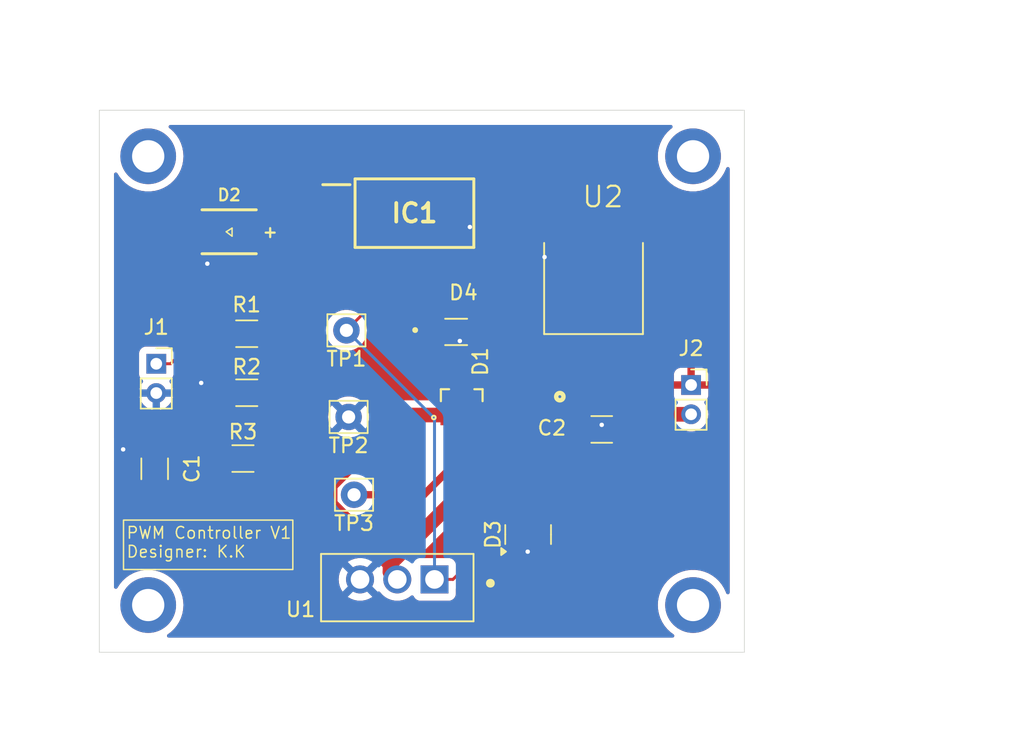
<source format=kicad_pcb>
(kicad_pcb (version 20240108) (generator "pcbnew") (generator_version "8.0")
  (title_block (title "Heater Control Circuit") (date "2024-11-12") (rev "1") (company "K.K"))
  (layers (0 "F.Cu" signal) (31 "B.Cu" signal) (34 "B.Paste" user) (35 "F.Paste" user) (36 "B.SilkS" user "B.Silkscreen") (37 "F.SilkS" user "F.Silkscreen") (38 "B.Mask" user) (39 "F.Mask" user) (44 "Edge.Cuts" user))
  (net 0 "")
  (net 1 "GND")
  (net 2 "+24V")
  (net 3 "/Vdrain")
  (net 4 "/PWM input")
  (net 5 "Net-(IC1-CATHODE)")
  (net 6 "Net-(IC1-ANODE)")
  (net 7 "/+15V")
  (net 8 "/VG")
  (net 11 "Net-(D2-Pad2)")
  (footprint "Connector_Pin:Pin_D0.9mm_L10.0mm_W2.4mm_FlatFork" (layer "F.Cu") (at 112.53 92.4)
    (property "Reference" "TP1" (at 0 1.95 0) (layer "F.SilkS"))
    (property "Value" "TestPoint")
    (fp_line (start -1.3 -1.1) (end -1.3 0.6) (stroke (width 0.12)) (layer "F.SilkS"))
    (fp_line (start -1.3 0.6) (end -1.3 1.1) (stroke (width 0.12)) (layer "F.SilkS"))
    (fp_line (start -1.3 1.1) (end 1.3 1.1) (stroke (width 0.12)) (layer "F.SilkS"))
    (fp_line (start 1.3 -1.1) (end -1.3 -1.1) (stroke (width 0.12)) (layer "F.SilkS"))
    (fp_line (start 1.3 1.1) (end 1.3 -1.1) (stroke (width 0.12)) (layer "F.SilkS"))
    (pad "1" thru_hole circle (at 0 0) (size 1.8 1.8) (drill 0.9) (layers "*.Cu" "*.Mask") (net 8 "/VG"))
  )
  (footprint "Connector_PinSocket_2.00mm:PinSocket_1x02_P2.00mm_Vertical" (layer "F.Cu") (at 99.56 94.68)
    (property "Reference" "J1" (at 0 -2.5 0) (layer "F.SilkS"))
    (property "Value" "Conn_01x02_Pin")
    (fp_line (start -1.06 1) (end -1.06 3.06) (stroke (width 0.12)) (layer "F.SilkS"))
    (fp_line (start -1.06 1) (end 1.06 1) (stroke (width 0.12)) (layer "F.SilkS"))
    (fp_line (start -1.06 3.06) (end 1.06 3.06) (stroke (width 0.12)) (layer "F.SilkS"))
    (fp_line (start 0 -1.06) (end 1.06 -1.06) (stroke (width 0.12)) (layer "F.SilkS"))
    (fp_line (start 1.06 -1.06) (end 1.06 0) (stroke (width 0.12)) (layer "F.SilkS"))
    (fp_line (start 1.06 1) (end 1.06 3.06) (stroke (width 0.12)) (layer "F.SilkS"))
    (pad "1" thru_hole rect (at 0 0) (size 1.35 1.35) (drill 0.8) (layers "*.Cu" "*.Mask") (net 4 "/PWM input"))
    (pad "2" thru_hole oval (at 0 2) (size 1.35 1.35) (drill 0.8) (layers "*.Cu" "*.Mask") (net 1 "GND"))
  )
  (footprint "Capacitor_SMD:C_1206_3216Metric" (layer "F.Cu") (at 99.45 101.85 90)
    (property "Reference" "C1" (at 0 2.54 -90) (layer "F.SilkS"))
    (property "Value" "0.1uF")
    (fp_line (start -0.711252 -0.91) (end 0.711252 -0.91) (stroke (width 0.12)) (layer "F.SilkS"))
    (fp_line (start -0.711252 0.91) (end 0.711252 0.91) (stroke (width 0.12)) (layer "F.SilkS"))
    (pad "1" smd roundrect (at -1.475 0 90) (size 1.15 1.8) (layers "F.Cu" "F.Paste" "F.Mask") (roundrect_rratio 0.217391) (net 2 "+24V"))
    (pad "2" smd roundrect (at 1.475 0 90) (size 1.15 1.8) (layers "F.Cu" "F.Paste" "F.Mask") (roundrect_rratio 0.217391) (net 1 "GND"))
  )
  (footprint "Connector_Pin:Pin_D0.9mm_L10.0mm_W2.4mm_FlatFork" (layer "F.Cu") (at 113.05 103.62)
    (property "Reference" "TP3" (at 0 1.95 0) (layer "F.SilkS"))
    (property "Value" "TestPoint")
    (fp_line (start -1.3 -1.1) (end -1.3 0.6) (stroke (width 0.12)) (layer "F.SilkS"))
    (fp_line (start -1.3 0.6) (end -1.3 1.1) (stroke (width 0.12)) (layer "F.SilkS"))
    (fp_line (start -1.3 1.1) (end 1.3 1.1) (stroke (width 0.12)) (layer "F.SilkS"))
    (fp_line (start 1.3 -1.1) (end -1.3 -1.1) (stroke (width 0.12)) (layer "F.SilkS"))
    (fp_line (start 1.3 1.1) (end 1.3 -1.1) (stroke (width 0.12)) (layer "F.SilkS"))
    (pad "1" thru_hole circle (at 0 0) (size 1.8 1.8) (drill 0.9) (layers "*.Cu" "*.Mask") (net 7 "/+15V"))
  )
  (footprint "MountingHole:MountingHole_2.2mm_M2_DIN965_Pad" (layer "F.Cu") (at 136.175 111.15)
    (property "Reference" "H4" (hide yes))
    (property "Value" "MountingHole_Pad_MP")
    (pad "1" thru_hole circle (at 0 0) (size 3.8 3.8) (drill 2.2) (layers "*.Cu" "*.Mask"))
  )
  (footprint "WL-SMTW_3528:WL-SMTW_3528" (layer "F.Cu") (at 104.53 85.67)
    (property "Reference" "D2" (at 0 -2.508 0) (layer "F.SilkS") (effects (font (size 0.8 0.8))))
    (property "Value" "KA-3528SGT")
    (fp_line (start -1.85 -1.5) (end 1.85 -1.5) (stroke (width 0.2)) (layer "F.SilkS"))
    (fp_line (start -0.2 0) (end 0.2 -0.25) (stroke (width 0.1)) (layer "F.SilkS"))
    (fp_line (start 0.2 -0.25) (end 0.2 0.3) (stroke (width 0.1)) (layer "F.SilkS"))
    (fp_line (start 0.2 0.3) (end -0.2 0) (stroke (width 0.1)) (layer "F.SilkS"))
    (fp_line (start 1.85 1.5) (end -1.85 1.5) (stroke (width 0.2)) (layer "F.SilkS"))
    (fp_text user "+" (at 2.8 0 0) (layer "F.SilkS") (effects (font (size 0.8 0.8))))
    (pad "1" smd rect (at -1.425 0) (size 1.6 2.4) (layers "F.Cu" "F.Paste" "F.Mask") (net 1 "GND"))
    (pad "2" smd rect (at 1.425 0) (size 1.6 2.4) (layers "F.Cu" "F.Paste" "F.Mask") (net 11 "Net-(D2-Pad2)"))
  )
  (footprint "Resistor_SMD:R_1206_3216Metric" (layer "F.Cu") (at 105.4725 101.15)
    (property "Reference" "R3" (at 0 -1.82 0) (layer "F.SilkS"))
    (property "Value" "1.1k")
    (fp_line (start -0.727064 -0.91) (end 0.727064 -0.91) (stroke (width 0.12)) (layer "F.SilkS"))
    (fp_line (start -0.727064 0.91) (end 0.727064 0.91) (stroke (width 0.12)) (layer "F.SilkS"))
    (pad "1" smd roundrect (at -1.4625 0) (size 1.125 1.75) (layers "F.Cu" "F.Paste" "F.Mask") (roundrect_rratio 0.222222) (net 2 "+24V"))
    (pad "2" smd roundrect (at 1.4625 0) (size 1.125 1.75) (layers "F.Cu" "F.Paste" "F.Mask") (roundrect_rratio 0.222222) (net 11 "Net-(D2-Pad2)"))
  )
  (footprint "BAS70-7:SOT23" (layer "F.Cu") (at 120.396 97.0788 90)
    (property "Reference" "D1" (at 2.543455 1.271735 -90) (layer "F.SilkS") (effects (font (size 1.001362 1.001362))))
    (property "Value" "PMEG3005ET-QR")
    (fp_line (start 0.6604 -1.4224) (end 0.6604 -0.8636) (stroke (width 0.1524)) (layer "F.SilkS"))
    (fp_line (start -0.1524 -1.4224) (end 0.6604 -1.4224) (stroke (width 0.1524)) (layer "F.SilkS"))
    (fp_line (start 0.6604 0.8636) (end 0.6604 1.4224) (stroke (width 0.1524)) (layer "F.SilkS"))
    (fp_line (start 0.6604 1.4224) (end -0.1524 1.4224) (stroke (width 0.1524)) (layer "F.SilkS"))
    (fp_circle (center -1.27 -1.905) (end -1.143 -1.905) (stroke (width 0.127)) (fill none) (layer "F.SilkS"))
    (pad "1" smd rect (at -1.1 -0.95 90) (size 1.4 1) (layers "F.Cu" "F.Paste" "F.Mask") (net 3 "/Vdrain"))
    (pad "2" smd rect (at -1.1 0.95 90) (size 1.4 1) (layers "F.Cu" "F.Paste" "F.Mask"))
    (pad "3" smd rect (at 1.1 0 90) (size 1.4 1) (layers "F.Cu" "F.Paste" "F.Mask") (net 2 "+24V"))
  )
  (footprint "UCC23513QDWYRQ1:SOIC127P1150X355-6N" (layer "F.Cu") (at 117.17 84.4)
    (property "Reference" "IC1" (at 0 0 0) (layer "F.SilkS") (effects (font (size 1.27 1.27) (thickness 0.254))))
    (property "Value" "UCC23513QDWYRQ1" (hide yes))
    (fp_line (start -6.25 -1.945) (end -4.4 -1.945) (stroke (width 0.2)) (layer "F.SilkS"))
    (fp_line (start -4.05 -2.34) (end 4.05 -2.34) (stroke (width 0.2)) (layer "F.SilkS"))
    (fp_line (start -4.05 2.34) (end -4.05 -2.34) (stroke (width 0.2)) (layer "F.SilkS"))
    (fp_line (start 4.05 -2.34) (end 4.05 2.34) (stroke (width 0.2)) (layer "F.SilkS"))
    (fp_line (start 4.05 2.34) (end -4.05 2.34) (stroke (width 0.2)) (layer "F.SilkS"))
    (pad "1" smd rect (at -5.325 -1.27 90) (size 0.65 1.85) (layers "F.Cu" "F.Paste" "F.Mask") (net 6 "Net-(IC1-ANODE)"))
    (pad "2" smd rect (at -5.325 0 90) (size 0.65 1.85) (layers "F.Cu" "F.Paste" "F.Mask"))
    (pad "3" smd rect (at -5.325 1.27 90) (size 0.65 1.85) (layers "F.Cu" "F.Paste" "F.Mask") (net 5 "Net-(IC1-CATHODE)"))
    (pad "4" smd rect (at 5.325 1.27 90) (size 0.65 1.85) (layers "F.Cu" "F.Paste" "F.Mask") (net 1 "GND"))
    (pad "5" smd rect (at 5.325 0 90) (size 0.65 1.85) (layers "F.Cu" "F.Paste" "F.Mask") (net 8 "/VG"))
    (pad "6" smd rect (at 5.325 -1.27 90) (size 0.65 1.85) (layers "F.Cu" "F.Paste" "F.Mask") (net 7 "/+15V"))
  )
  (footprint "Resistor_SMD:R_1206_3216Metric" (layer "F.Cu") (at 105.73 92.63)
    (property "Reference" "R1" (at -0.01 -1.98 0) (layer "F.SilkS"))
    (property "Value" "130R")
    (fp_line (start -0.727064 -0.91) (end 0.727064 -0.91) (stroke (width 0.12)) (layer "F.SilkS"))
    (fp_line (start -0.727064 0.91) (end 0.727064 0.91) (stroke (width 0.12)) (layer "F.SilkS"))
    (pad "1" smd roundrect (at -1.4625 0) (size 1.125 1.75) (layers "F.Cu" "F.Paste" "F.Mask") (roundrect_rratio 0.222222) (net 4 "/PWM input"))
    (pad "2" smd roundrect (at 1.4625 0) (size 1.125 1.75) (layers "F.Cu" "F.Paste" "F.Mask") (roundrect_rratio 0.222222) (net 6 "Net-(IC1-ANODE)"))
  )
  (footprint "MountingHole:MountingHole_2.2mm_M2_DIN965_Pad" (layer "F.Cu") (at 99.0092 80.5172)
    (property "Reference" "H1" (hide yes))
    (property "Value" "MountingHole_Pad_MP")
    (pad "1" thru_hole circle (at 0 0) (size 3.8 3.8) (drill 2.2) (layers "*.Cu" "*.Mask"))
  )
  (footprint "MountingHole:MountingHole_2.2mm_M2_DIN965_Pad" (layer "F.Cu") (at 136.175 80.5172)
    (property "Reference" "H2" (hide yes))
    (property "Value" "MountingHole_Pad_MP")
    (pad "1" thru_hole circle (at 0 0) (size 3.8 3.8) (drill 2.2) (layers "*.Cu" "*.Mask"))
  )
  (footprint "Connector_Pin:Pin_D0.9mm_L10.0mm_W2.4mm_FlatFork" (layer "F.Cu") (at 112.68 98.31)
    (property "Reference" "TP2" (at 0 1.95 0) (layer "F.SilkS"))
    (property "Value" "TestPoint")
    (fp_line (start -1.3 -1.1) (end -1.3 0.6) (stroke (width 0.12)) (layer "F.SilkS"))
    (fp_line (start -1.3 0.6) (end -1.3 1.1) (stroke (width 0.12)) (layer "F.SilkS"))
    (fp_line (start -1.3 1.1) (end 1.3 1.1) (stroke (width 0.12)) (layer "F.SilkS"))
    (fp_line (start 1.3 -1.1) (end -1.3 -1.1) (stroke (width 0.12)) (layer "F.SilkS"))
    (fp_line (start 1.3 1.1) (end 1.3 -1.1) (stroke (width 0.12)) (layer "F.SilkS"))
    (pad "1" thru_hole circle (at 0 0) (size 1.8 1.8) (drill 0.9) (layers "*.Cu" "*.Mask") (net 1 "GND"))
  )
  (footprint "STP55NF06L:TO254P1040X460X1935-3" (layer "F.Cu") (at 118.54 109.4 180)
    (property "Reference" "U1" (at 9.14 -2.05 180) (layer "F.SilkS"))
    (property "Value" "STP55NF06L")
    (fp_line (start 7.74 1.74) (end -2.66 1.74) (stroke (width 0.127)) (layer "F.SilkS"))
    (fp_line (start 7.74 -2.86) (end 7.74 1.74) (stroke (width 0.127)) (layer "F.SilkS"))
    (fp_line (start -2.66 1.74) (end -2.66 -2.86) (stroke (width 0.127)) (layer "F.SilkS"))
    (fp_line (start -2.66 -2.86) (end 7.74 -2.86) (stroke (width 0.127)) (layer "F.SilkS"))
    (fp_circle (center -3.81 -0.26) (end -3.66 -0.26) (stroke (width 0.3)) (fill none) (layer "F.SilkS"))
    (pad "1" thru_hole rect (at 0 0 180) (size 1.91 1.91) (drill 1.27) (layers "*.Cu" "*.Mask") (net 8 "/VG"))
    (pad "2" thru_hole circle (at 2.54 0 180) (size 1.91 1.91) (drill 1.27) (layers "*.Cu" "*.Mask") (net 3 "/Vdrain"))
    (pad "3" thru_hole circle (at 5.08 0 180) (size 1.91 1.91) (drill 1.27) (layers "*.Cu" "*.Mask") (net 1 "GND"))
  )
  (footprint "MC7805BDTRKG:DPAK229P990X238-4N" (layer "F.Cu") (at 129.3876 90.5256)
    (property "Reference" "U2" (at 0.635 -7.239 0) (layer "F.SilkS") (effects (font (size 1.4 1.4))))
    (property "Value" "MC7815CDTRKG")
    (fp_line (start -3.37 2.128) (end -3.37 -4.093) (stroke (width 0.127)) (layer "F.SilkS"))
    (fp_line (start 3.37 -4.093) (end 3.37 2.128) (stroke (width 0.127)) (layer "F.SilkS"))
    (fp_line (start 3.37 2.128) (end -3.37 2.128) (stroke (width 0.127)) (layer "F.SilkS"))
    (fp_circle (center -2.3 6.4) (end -2.2 6.4) (stroke (width 0.3)) (fill none) (layer "F.SilkS"))
    (pad "1" smd rect (at -2.29 4.14) (size 0.97 2.83) (layers "F.Cu" "F.Paste" "F.Mask") (net 2 "+24V"))
    (pad "2" smd rect (at 0 -2.51) (size 5.63 6.09) (layers "F.Cu" "F.Mask") (net 1 "GND"))
    (pad "3" smd rect (at 2.29 4.14) (size 0.97 2.83) (layers "F.Cu" "F.Paste" "F.Mask") (net 7 "/+15V"))
  )
  (footprint "Capacitor_SMD:C_1206_3216Metric" (layer "F.Cu") (at 129.9464 99.1616)
    (property "Reference" "C2" (at -3.4036 -0.1016 0) (layer "F.SilkS"))
    (property "Value" "0.33uF")
    (fp_line (start -0.711252 -0.91) (end 0.711252 -0.91) (stroke (width 0.12)) (layer "F.SilkS"))
    (fp_line (start -0.711252 0.91) (end 0.711252 0.91) (stroke (width 0.12)) (layer "F.SilkS"))
    (pad "1" smd roundrect (at -1.475 0) (size 1.15 1.8) (layers "F.Cu" "F.Paste" "F.Mask") (roundrect_rratio 0.217391) (net 2 "+24V"))
    (pad "2" smd roundrect (at 1.475 0) (size 1.15 1.8) (layers "F.Cu" "F.Paste" "F.Mask") (roundrect_rratio 0.217391) (net 1 "GND"))
  )
  (footprint "Resistor_SMD:R_1206_3216Metric" (layer "F.Cu") (at 105.73 96.66)
    (property "Reference" "R2" (at 0 -1.77 0) (layer "F.SilkS"))
    (property "Value" "130R")
    (fp_line (start -0.727064 -0.91) (end 0.727064 -0.91) (stroke (width 0.12)) (layer "F.SilkS"))
    (fp_line (start -0.727064 0.91) (end 0.727064 0.91) (stroke (width 0.12)) (layer "F.SilkS"))
    (pad "1" smd roundrect (at -1.4625 0) (size 1.125 1.75) (layers "F.Cu" "F.Paste" "F.Mask") (roundrect_rratio 0.222222) (net 1 "GND"))
    (pad "2" smd roundrect (at 1.4625 0) (size 1.125 1.75) (layers "F.Cu" "F.Paste" "F.Mask") (roundrect_rratio 0.222222) (net 5 "Net-(IC1-CATHODE)"))
  )
  (footprint "BZD27C10P:SODFL3618X143N" (layer "F.Cu") (at 120.0144 92.5068)
    (property "Reference" "D4" (at 0.495 -2.685 0) (layer "F.SilkS"))
    (property "Value" "BZD27C24P R3G")
    (fp_line (start -0.75 -0.9) (end 0.75 -0.9) (stroke (width 0.127)) (layer "F.SilkS"))
    (fp_line (start -0.75 0.9) (end 0.75 0.9) (stroke (width 0.127)) (layer "F.SilkS"))
    (fp_circle (center -2.795 -0.127) (end -2.695 -0.127) (stroke (width 0.2)) (fill none) (layer "F.SilkS"))
    (pad "1" smd rect (at -1.55 0) (size 1.11 1.22) (layers "F.Cu" "F.Paste" "F.Mask") (net 2 "+24V"))
    (pad "2" smd rect (at 1.55 0) (size 1.11 1.22) (layers "F.Cu" "F.Paste" "F.Mask") (net 1 "GND"))
  )
  (footprint "Package_TO_SOT_SMD:SOT-23" (layer "F.Cu") (at 124.925 106.3375 90)
    (property "Reference" "D3" (at 0 -2.4 90) (layer "F.SilkS"))
    (property "Value" "BZX84C15")
    (fp_line (start 0 -1.56) (end 0.65 -1.56) (stroke (width 0.12)) (layer "F.SilkS"))
    (fp_line (start 0 -1.56) (end -0.65 -1.56) (stroke (width 0.12)) (layer "F.SilkS"))
    (fp_line (start 0 1.56) (end 0.65 1.56) (stroke (width 0.12)) (layer "F.SilkS"))
    (fp_line (start 0 1.56) (end -0.65 1.56) (stroke (width 0.12)) (layer "F.SilkS"))
    (fp_poly (pts (xy -1.1625 -1.51) (xy -1.4025 -1.84) (xy -0.9225 -1.84) (xy -1.1625 -1.51)) (stroke (width 0.12)) (fill solid) (layer "F.SilkS"))
    (pad "1" smd roundrect (at -0.9375 -0.95 90) (size 1.475 0.6) (layers "F.Cu" "F.Paste" "F.Mask") (net 1 "GND"))
    (pad "2" smd roundrect (at -0.9375 0.95 90) (size 1.475 0.6) (layers "F.Cu" "F.Paste" "F.Mask"))
    (pad "3" smd roundrect (at 0.9375 0 90) (size 1.475 0.6) (layers "F.Cu" "F.Paste" "F.Mask") (net 8 "/VG"))
  )
  (footprint "MountingHole:MountingHole_2.2mm_M2_DIN965_Pad" (layer "F.Cu") (at 99.0092 111.15)
    (property "Reference" "H3" (hide yes))
    (property "Value" "MountingHole_Pad_MP")
    (pad "1" thru_hole circle (at 0 0) (size 3.8 3.8) (drill 2.2) (layers "*.Cu" "*.Mask"))
  )
  (footprint "Connector_PinSocket_2.00mm:PinSocket_1x02_P2.00mm_Vertical" (layer "F.Cu") (at 136.0424 96.1296)
    (property "Reference" "J2" (at 0 -2.5 0) (layer "F.SilkS"))
    (property "Value" "Conn_01x02_Pin")
    (fp_line (start -1.06 1) (end -1.06 3.06) (stroke (width 0.12)) (layer "F.SilkS"))
    (fp_line (start -1.06 1) (end 1.06 1) (stroke (width 0.12)) (layer "F.SilkS"))
    (fp_line (start -1.06 3.06) (end 1.06 3.06) (stroke (width 0.12)) (layer "F.SilkS"))
    (fp_line (start 0 -1.06) (end 1.06 -1.06) (stroke (width 0.12)) (layer "F.SilkS"))
    (fp_line (start 1.06 -1.06) (end 1.06 0) (stroke (width 0.12)) (layer "F.SilkS"))
    (fp_line (start 1.06 1) (end 1.06 3.06) (stroke (width 0.12)) (layer "F.SilkS"))
    (pad "1" thru_hole rect (at 0 0) (size 1.35 1.35) (drill 0.8) (layers "*.Cu" "*.Mask") (net 2 "+24V"))
    (pad "2" thru_hole oval (at 0 2) (size 1.35 1.35) (drill 0.8) (layers "*.Cu" "*.Mask") (net 3 "/Vdrain"))
  )
  (gr_rect (start 97.325 105.35) (end 108.875 108.725) (stroke (width 0.1)) (fill none) (layer "F.SilkS"))
  (gr_rect (start 95.675 77.375) (end 139.675 114.375) (stroke (width 0.05)) (fill none) (layer "Edge.Cuts"))
  (gr_text "PWM Controller V1\nDesigner: K.K" (at 97.475 107.975 0) (layer "F.SilkS") (effects (font (size 0.8 0.8) (thickness 0.1)) (justify left bottom)))
  (segment (start 103.9315 96.3236) (end 104.268 96.66) (width 0.5) (layer "F.Cu") (net 1))
  (segment (start 129.3876 88.0156) (end 129.388 88.0156) (width 0.5) (layer "F.Cu") (net 1))
  (segment (start 104.2675 96.6596) (end 104.2675 96.66) (width 0.5) (layer "F.Cu") (net 1))
  (segment (start 126.121 88.0156) (end 129.3876 88.0156) (width 0.5) (layer "F.Cu") (net 1))
  (segment (start 122.495 85.67) (end 121.118 85.67) (width 0.5) (layer "F.Cu") (net 1))
  (segment (start 126.045 87.3967) (end 126.121 87.4728) (width 0.5) (layer "F.Cu") (net 1))
  (segment (start 121.118 85.67) (end 121.118 85.512) (width 0.5) (layer "F.Cu") (net 1))
  (segment (start 120.558 92.5068) (end 121.564 92.5068) (width 0.5) (layer "F.Cu") (net 1))
  (segment (start 99.3 100.525) (end 99.45 100.375) (width 0.5) (layer "F.Cu") (net 1))
  (segment (start 131.11 98.8507) (end 131.421 99.1616) (width 0.5) (layer "F.Cu") (net 1))
  (segment (start 124.896 107.506) (end 124.206 107.506) (width 0.5) (layer "F.Cu") (net 1))
  (segment (start 103.9315 96.3236) (end 104.2675 96.6596) (width 0.5) (layer "F.Cu") (net 1))
  (segment (start 102.624 95.9872) (end 103.595 95.9872) (width 0.5) (layer "F.Cu") (net 1))
  (segment (start 121.118 85.512) (end 120.951 85.345) (width 0.5) (layer "F.Cu") (net 1))
  (segment (start 126.121 87.4728) (end 126.121 88.0156) (width 0.5) (layer "F.Cu") (net 1))
  (segment (start 120.266 93.1237) (end 120.558 92.8325) (width 0.5) (layer "F.Cu") (net 1))
  (segment (start 121.564 92.5068) (end 121.5644 92.5068) (width 0.5) (layer "F.Cu") (net 1))
  (segment (start 124.206 107.506) (end 123.975 107.275) (width 0.5) (layer "F.Cu") (net 1))
  (segment (start 129.946 98.8507) (end 131.11 98.8507) (width 0.5) (layer "F.Cu") (net 1))
  (segment (start 98.7058 100.525) (end 99.3 100.525) (width 0.5) (layer "F.Cu") (net 1))
  (segment (start 103.595 95.9872) (end 103.9315 96.3236) (width 0.5) (layer "F.Cu") (net 1))
  (segment (start 103.042 87.8492) (end 103.105 87.786) (width 0.5) (layer "F.Cu") (net 1))
  (segment (start 97.3 100.525) (end 98.7058 100.525) (width 0.5) (layer "F.Cu") (net 1))
  (segment (start 103.105 87.786) (end 103.105 85.67) (width 0.5) (layer "F.Cu") (net 1))
  (segment (start 98.7058 100.525) (end 98.7554 100.475) (width 0.5) (layer "F.Cu") (net 1))
  (segment (start 120.558 92.8325) (end 120.558 92.5068) (width 0.5) (layer "F.Cu") (net 1))
  (via (at 126.045 87.3967) (size 0.6) (drill 0.3) (layers "F.Cu" "B.Cu") (net 1))
  (via (at 120.266 93.1237) (size 0.6) (drill 0.3) (layers "F.Cu" "B.Cu") (net 1))
  (via (at 97.3 100.525) (size 0.6) (drill 0.3) (layers "F.Cu" "B.Cu") (net 1))
  (via (at 129.946 98.8507) (size 0.6) (drill 0.3) (layers "F.Cu" "B.Cu") (net 1))
  (via (at 103.042 87.8492) (size 0.6) (drill 0.3) (layers "F.Cu" "B.Cu") (net 1))
  (via (at 102.624 95.9872) (size 0.6) (drill 0.3) (layers "F.Cu" "B.Cu") (net 1))
  (via (at 120.951 85.345) (size 0.6) (drill 0.3) (layers "F.Cu" "B.Cu") (net 1))
  (via (at 124.896 107.506) (size 0.6) (drill 0.3) (layers "F.Cu" "B.Cu") (net 1))
  (segment (start 116.206 98.1788) (end 119.446 98.1788) (width 1) (layer "F.Cu") (net 3))
  (segment (start 111.42 102.965) (end 116.206 98.1788) (width 1) (layer "F.Cu") (net 3))
  (segment (start 115.504 108.353) (end 111.42 104.269) (width 1) (layer "F.Cu") (net 3))
  (segment (start 136.042 98.1296) (end 134.666 98.1296) (width 1) (layer "F.Cu") (net 3))
  (segment (start 111.42 104.269) (end 111.42 102.965) (width 1) (layer "F.Cu") (net 3))
  (segment (start 115.504 108.904) (end 116 109.4) (width 1) (layer "F.Cu") (net 3))
  (segment (start 115.504 108.353) (end 115.504 108.904) (width 1) (layer "F.Cu") (net 3))
  (segment (start 130.477 102.491) (end 121.366 102.491) (width 1) (layer "F.Cu") (net 3))
  (segment (start 134.666 98.1296) (end 134.666 98.3017) (width 1) (layer "F.Cu") (net 3))
  (segment (start 134.666 98.3017) (end 130.477 102.491) (width 1) (layer "F.Cu") (net 3))
  (segment (start 136.042 98.1296) (end 136.0424 98.1296) (width 1) (layer "F.Cu") (net 3))
  (segment (start 121.366 102.491) (end 115.504 108.353) (width 1) (layer "F.Cu") (net 3))
  (segment (start 104.2675 92.63) (end 104.268 92.63) (width 0.2) (layer "F.Cu") (net 4))
  (segment (start 102.587 92.63) (end 104.2675 92.63) (width 0.2) (layer "F.Cu") (net 4))
  (segment (start 100.537 94.68) (end 102.587 92.63) (width 0.2) (layer "F.Cu") (net 4))
  (segment (start 99.56 94.68) (end 100.537 94.68) (width 0.2) (layer "F.Cu") (net 4))
  (segment (start 107.1925 96.66) (end 107.1923 96.6598) (width 0.2) (layer "F.Cu") (net 5))
  (segment (start 111.845 85.67) (end 110.618 85.67) (width 0.2) (layer "F.Cu") (net 5))
  (segment (start 107.1923 96.6598) (end 107.192 96.66) (width 0.2) (layer "F.Cu") (net 5))
  (segment (start 110.618 93.2342) (end 107.1923 96.6598) (width 0.2) (layer "F.Cu") (net 5))
  (segment (start 110.618 85.67) (end 110.618 93.2342) (width 0.2) (layer "F.Cu") (net 5))
  (segment (start 111.845 83.13) (end 110.618 83.13) (width 0.2) (layer "F.Cu") (net 6))
  (segment (start 110.618 83.13) (end 107.192 86.5558) (width 0.2) (layer "F.Cu") (net 6))
  (segment (start 107.192 89.8) (end 107.1925 89.8005) (width 0.2) (layer "F.Cu") (net 6))
  (segment (start 107.1925 89.8005) (end 107.1925 92.63) (width 0.2) (layer "F.Cu") (net 6))
  (segment (start 107.192 86.5558) (end 107.192 89.8) (width 0.2) (layer "F.Cu") (net 6))
  (segment (start 107.192 89.8) (end 107.192 92.63) (width 0.2) (layer "F.Cu") (net 6))
  (segment (start 131.6776 94.6656) (end 131.678 94.6656) (width 0.5) (layer "F.Cu") (net 7))
  (segment (start 122.495 83.13) (end 123.872 83.13) (width 0.5) (layer "F.Cu") (net 7))
  (segment (start 130.741 94.6656) (end 131.6776 94.6656) (width 0.5) (layer "F.Cu") (net 7))
  (segment (start 123.872 89.0372) (end 126.991 92.1562) (width 0.5) (layer "F.Cu") (net 7))
  (segment (start 126.991 92.1562) (end 128.232 92.1562) (width 0.5) (layer "F.Cu") (net 7))
  (segment (start 113.05 103.62) (end 117.81 103.62) (width 0.5) (layer "F.Cu") (net 7))
  (segment (start 128.232 92.1562) (end 130.741 94.6656) (width 0.5) (layer "F.Cu") (net 7))
  (segment (start 125.995 95.4352) (end 125.995 93.1519) (width 0.5) (layer "F.Cu") (net 7))
  (segment (start 125.995 93.1519) (end 126.991 92.1562) (width 0.5) (layer "F.Cu") (net 7))
  (segment (start 123.872 83.13) (end 123.872 89.0372) (width 0.5) (layer "F.Cu") (net 7))
  (segment (start 117.81 103.62) (end 125.995 95.4352) (width 0.5) (layer "F.Cu") (net 7))
  (segment (start 119.797 109.4) (end 123.797 105.4) (width 0.2) (layer "F.Cu") (net 8))
  (segment (start 112.53 92.4) (end 120.53 84.4) (width 0.2) (layer "F.Cu") (net 8))
  (segment (start 120.53 84.4) (end 122.495 84.4) (width 0.2) (layer "F.Cu") (net 8))
  (segment (start 118.54 109.4) (end 119.797 109.4) (width 0.2) (layer "F.Cu") (net 8))
  (segment (start 123.797 105.4) (end 124.925 105.4) (width 0.2) (layer "F.Cu") (net 8))
  (segment (start 118.54 98.41) (end 118.54 109.4) (width 0.2) (layer "B.Cu") (net 8))
  (segment (start 112.53 92.4) (end 118.54 98.41) (width 0.2) (layer "B.Cu") (net 8))
  (segment (start 105.955 100.17) (end 105.955 85.67) (width 0.2) (layer "F.Cu") (net 11))
  (segment (start 106.935 101.15) (end 105.955 100.17) (width 0.2) (layer "F.Cu") (net 11))
  (zone (net 2) (net_name "+24V") (layer "F.Cu") (connect_pads (clearance 0.5)) (min_thickness 0.25) (fill yes (thermal_gap 0.5) (thermal_bridge_width 0.5))
    (polygon (pts (xy 157.48 69.85) (xy 157.48 118.11) (xy 90.17 118.11) (xy 90.17 69.85)))
  )
  (zone (net 1) (net_name "GND") (layer "B.Cu") (priority 1) (connect_pads (clearance 0.5)) (min_thickness 0.25) (fill yes (thermal_gap 0.5) (thermal_bridge_width 0.5))
    (polygon (pts (xy 88.9 69.85) (xy 158.75 69.85) (xy 158.75 120.65) (xy 88.9 120.65)))
  )
)
</source>
